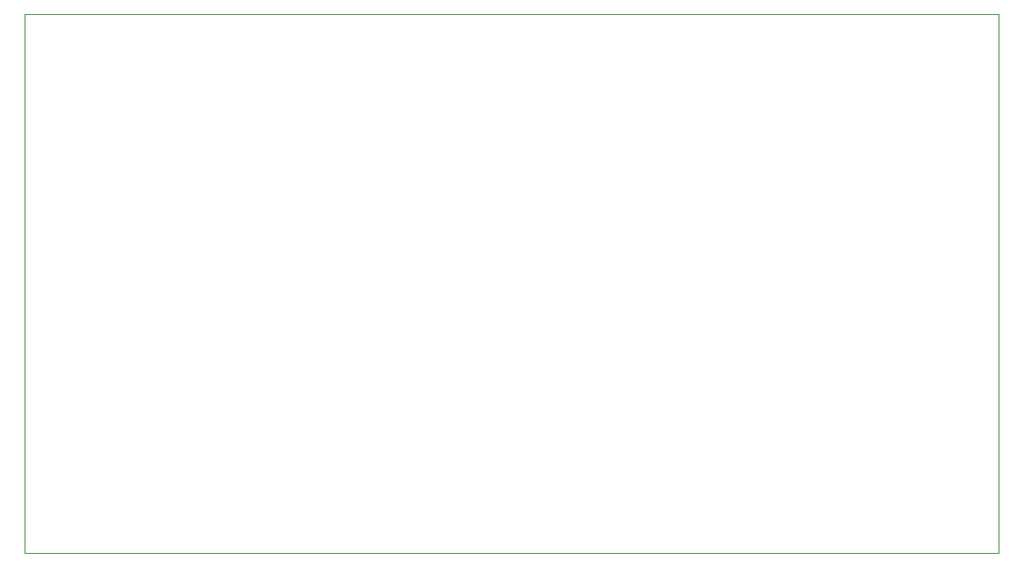
<source format=gbr>
%TF.GenerationSoftware,KiCad,Pcbnew,(5.1.10)-1*%
%TF.CreationDate,2022-01-27T03:50:03-08:00*%
%TF.ProjectId,schematic,73636865-6d61-4746-9963-2e6b69636164,rev?*%
%TF.SameCoordinates,Original*%
%TF.FileFunction,Profile,NP*%
%FSLAX46Y46*%
G04 Gerber Fmt 4.6, Leading zero omitted, Abs format (unit mm)*
G04 Created by KiCad (PCBNEW (5.1.10)-1) date 2022-01-27 03:50:03*
%MOMM*%
%LPD*%
G01*
G04 APERTURE LIST*
%TA.AperFunction,Profile*%
%ADD10C,0.100000*%
%TD*%
G04 APERTURE END LIST*
D10*
X194310000Y-64770000D02*
X194310000Y-116840000D01*
X100330000Y-64770000D02*
X194310000Y-64770000D01*
X100330000Y-116840000D02*
X100330000Y-64770000D01*
X194310000Y-116840000D02*
X100330000Y-116840000D01*
M02*

</source>
